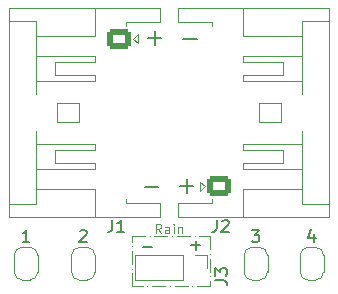
<source format=gto>
%TF.GenerationSoftware,KiCad,Pcbnew,8.0.0*%
%TF.CreationDate,2024-12-13T11:09:16-06:00*%
%TF.ProjectId,Rain connectors,5261696e-2063-46f6-9e6e-6563746f7273,rev?*%
%TF.SameCoordinates,Original*%
%TF.FileFunction,Legend,Top*%
%TF.FilePolarity,Positive*%
%FSLAX46Y46*%
G04 Gerber Fmt 4.6, Leading zero omitted, Abs format (unit mm)*
G04 Created by KiCad (PCBNEW 8.0.0) date 2024-12-13 11:09:16*
%MOMM*%
%LPD*%
G01*
G04 APERTURE LIST*
G04 Aperture macros list*
%AMRoundRect*
0 Rectangle with rounded corners*
0 $1 Rounding radius*
0 $2 $3 $4 $5 $6 $7 $8 $9 X,Y pos of 4 corners*
0 Add a 4 corners polygon primitive as box body*
4,1,4,$2,$3,$4,$5,$6,$7,$8,$9,$2,$3,0*
0 Add four circle primitives for the rounded corners*
1,1,$1+$1,$2,$3*
1,1,$1+$1,$4,$5*
1,1,$1+$1,$6,$7*
1,1,$1+$1,$8,$9*
0 Add four rect primitives between the rounded corners*
20,1,$1+$1,$2,$3,$4,$5,0*
20,1,$1+$1,$4,$5,$6,$7,0*
20,1,$1+$1,$6,$7,$8,$9,0*
20,1,$1+$1,$8,$9,$2,$3,0*%
%AMFreePoly0*
4,1,19,0.500000,-0.750000,0.000000,-0.750000,0.000000,-0.744911,-0.071157,-0.744911,-0.207708,-0.704816,-0.327430,-0.627875,-0.420627,-0.520320,-0.479746,-0.390866,-0.500000,-0.250000,-0.500000,0.250000,-0.479746,0.390866,-0.420627,0.520320,-0.327430,0.627875,-0.207708,0.704816,-0.071157,0.744911,0.000000,0.744911,0.000000,0.750000,0.500000,0.750000,0.500000,-0.750000,0.500000,-0.750000,
$1*%
%AMFreePoly1*
4,1,19,0.000000,0.744911,0.071157,0.744911,0.207708,0.704816,0.327430,0.627875,0.420627,0.520320,0.479746,0.390866,0.500000,0.250000,0.500000,-0.250000,0.479746,-0.390866,0.420627,-0.520320,0.327430,-0.627875,0.207708,-0.704816,0.071157,-0.744911,0.000000,-0.744911,0.000000,-0.750000,-0.500000,-0.750000,-0.500000,0.750000,0.000000,0.750000,0.000000,0.744911,0.000000,0.744911,
$1*%
G04 Aperture macros list end*
%ADD10C,0.200000*%
%ADD11C,0.100000*%
%ADD12C,0.150000*%
%ADD13C,0.120000*%
%ADD14FreePoly0,90.000000*%
%ADD15FreePoly1,90.000000*%
%ADD16O,2.000000X2.800000*%
%ADD17RoundRect,0.250000X0.725000X-0.600000X0.725000X0.600000X-0.725000X0.600000X-0.725000X-0.600000X0*%
%ADD18O,1.950000X1.700000*%
%ADD19RoundRect,0.250000X-0.725000X0.600000X-0.725000X-0.600000X0.725000X-0.600000X0.725000X0.600000X0*%
%ADD20O,1.350000X1.350000*%
%ADD21R,1.350000X1.350000*%
G04 APERTURE END LIST*
D10*
X132288720Y-86709600D02*
X133431578Y-86709600D01*
X135563720Y-74234600D02*
X136706578Y-74234600D01*
X135859600Y-87211279D02*
X135859600Y-86068422D01*
X136431028Y-86639850D02*
X135288171Y-86639850D01*
X132563720Y-74134600D02*
X133706578Y-74134600D01*
X133135149Y-74706028D02*
X133135149Y-73563171D01*
D11*
X131225000Y-90900000D02*
X132325000Y-90900000D01*
X132725000Y-90900000D02*
X132725000Y-90900000D01*
X133125000Y-90900000D02*
X134225000Y-90900000D01*
X134625000Y-90900000D02*
X134625000Y-90900000D01*
X135025000Y-90900000D02*
X136125000Y-90900000D01*
X136525000Y-90900000D02*
X136525000Y-90900000D01*
X136925000Y-90900000D02*
X137825000Y-90900000D01*
X137825000Y-90900000D02*
X137825000Y-92000000D01*
X137825000Y-92400000D02*
X137825000Y-92400000D01*
X137825000Y-92800000D02*
X137825000Y-93900000D01*
X137825000Y-94300000D02*
X137825000Y-94300000D01*
X137825000Y-94700000D02*
X137825000Y-95150000D01*
X137825000Y-95150000D02*
X136725000Y-95150000D01*
X136325000Y-95150000D02*
X136325000Y-95150000D01*
X135925000Y-95150000D02*
X134825000Y-95150000D01*
X134425000Y-95150000D02*
X134425000Y-95150000D01*
X134025000Y-95150000D02*
X132925000Y-95150000D01*
X132525000Y-95150000D02*
X132525000Y-95150000D01*
X132125000Y-95150000D02*
X131225000Y-95150000D01*
X131225000Y-95150000D02*
X131225000Y-94050000D01*
X131225000Y-93650000D02*
X131225000Y-93650000D01*
X131225000Y-93250000D02*
X131225000Y-92150000D01*
X131225000Y-91750000D02*
X131225000Y-91750000D01*
X131225000Y-91350000D02*
X131225000Y-90900000D01*
X133688408Y-90646895D02*
X133421741Y-90265942D01*
X133231265Y-90646895D02*
X133231265Y-89846895D01*
X133231265Y-89846895D02*
X133536027Y-89846895D01*
X133536027Y-89846895D02*
X133612217Y-89884990D01*
X133612217Y-89884990D02*
X133650312Y-89923085D01*
X133650312Y-89923085D02*
X133688408Y-89999276D01*
X133688408Y-89999276D02*
X133688408Y-90113561D01*
X133688408Y-90113561D02*
X133650312Y-90189752D01*
X133650312Y-90189752D02*
X133612217Y-90227847D01*
X133612217Y-90227847D02*
X133536027Y-90265942D01*
X133536027Y-90265942D02*
X133231265Y-90265942D01*
X134374122Y-90646895D02*
X134374122Y-90227847D01*
X134374122Y-90227847D02*
X134336027Y-90151657D01*
X134336027Y-90151657D02*
X134259836Y-90113561D01*
X134259836Y-90113561D02*
X134107455Y-90113561D01*
X134107455Y-90113561D02*
X134031265Y-90151657D01*
X134374122Y-90608800D02*
X134297931Y-90646895D01*
X134297931Y-90646895D02*
X134107455Y-90646895D01*
X134107455Y-90646895D02*
X134031265Y-90608800D01*
X134031265Y-90608800D02*
X133993169Y-90532609D01*
X133993169Y-90532609D02*
X133993169Y-90456419D01*
X133993169Y-90456419D02*
X134031265Y-90380228D01*
X134031265Y-90380228D02*
X134107455Y-90342133D01*
X134107455Y-90342133D02*
X134297931Y-90342133D01*
X134297931Y-90342133D02*
X134374122Y-90304038D01*
X134755075Y-90646895D02*
X134755075Y-90113561D01*
X134755075Y-89846895D02*
X134716979Y-89884990D01*
X134716979Y-89884990D02*
X134755075Y-89923085D01*
X134755075Y-89923085D02*
X134793170Y-89884990D01*
X134793170Y-89884990D02*
X134755075Y-89846895D01*
X134755075Y-89846895D02*
X134755075Y-89923085D01*
X135136027Y-90113561D02*
X135136027Y-90646895D01*
X135136027Y-90189752D02*
X135174122Y-90151657D01*
X135174122Y-90151657D02*
X135250312Y-90113561D01*
X135250312Y-90113561D02*
X135364598Y-90113561D01*
X135364598Y-90113561D02*
X135440789Y-90151657D01*
X135440789Y-90151657D02*
X135478884Y-90227847D01*
X135478884Y-90227847D02*
X135478884Y-90646895D01*
D10*
X136244673Y-91686266D02*
X137006578Y-91686266D01*
X136625625Y-92067219D02*
X136625625Y-91305314D01*
X132194673Y-91811266D02*
X132956578Y-91811266D01*
X146640476Y-90710552D02*
X146640476Y-91377219D01*
X146402381Y-90329600D02*
X146164286Y-91043885D01*
X146164286Y-91043885D02*
X146783333Y-91043885D01*
X141366667Y-90377219D02*
X141985714Y-90377219D01*
X141985714Y-90377219D02*
X141652381Y-90758171D01*
X141652381Y-90758171D02*
X141795238Y-90758171D01*
X141795238Y-90758171D02*
X141890476Y-90805790D01*
X141890476Y-90805790D02*
X141938095Y-90853409D01*
X141938095Y-90853409D02*
X141985714Y-90948647D01*
X141985714Y-90948647D02*
X141985714Y-91186742D01*
X141985714Y-91186742D02*
X141938095Y-91281980D01*
X141938095Y-91281980D02*
X141890476Y-91329600D01*
X141890476Y-91329600D02*
X141795238Y-91377219D01*
X141795238Y-91377219D02*
X141509524Y-91377219D01*
X141509524Y-91377219D02*
X141414286Y-91329600D01*
X141414286Y-91329600D02*
X141366667Y-91281980D01*
X126814286Y-90472457D02*
X126861905Y-90424838D01*
X126861905Y-90424838D02*
X126957143Y-90377219D01*
X126957143Y-90377219D02*
X127195238Y-90377219D01*
X127195238Y-90377219D02*
X127290476Y-90424838D01*
X127290476Y-90424838D02*
X127338095Y-90472457D01*
X127338095Y-90472457D02*
X127385714Y-90567695D01*
X127385714Y-90567695D02*
X127385714Y-90662933D01*
X127385714Y-90662933D02*
X127338095Y-90805790D01*
X127338095Y-90805790D02*
X126766667Y-91377219D01*
X126766667Y-91377219D02*
X127385714Y-91377219D01*
X122535714Y-91377219D02*
X121964286Y-91377219D01*
X122250000Y-91377219D02*
X122250000Y-90377219D01*
X122250000Y-90377219D02*
X122154762Y-90520076D01*
X122154762Y-90520076D02*
X122059524Y-90615314D01*
X122059524Y-90615314D02*
X121964286Y-90662933D01*
D12*
X138416666Y-89529819D02*
X138416666Y-90244104D01*
X138416666Y-90244104D02*
X138369047Y-90386961D01*
X138369047Y-90386961D02*
X138273809Y-90482200D01*
X138273809Y-90482200D02*
X138130952Y-90529819D01*
X138130952Y-90529819D02*
X138035714Y-90529819D01*
X138845238Y-89625057D02*
X138892857Y-89577438D01*
X138892857Y-89577438D02*
X138988095Y-89529819D01*
X138988095Y-89529819D02*
X139226190Y-89529819D01*
X139226190Y-89529819D02*
X139321428Y-89577438D01*
X139321428Y-89577438D02*
X139369047Y-89625057D01*
X139369047Y-89625057D02*
X139416666Y-89720295D01*
X139416666Y-89720295D02*
X139416666Y-89815533D01*
X139416666Y-89815533D02*
X139369047Y-89958390D01*
X139369047Y-89958390D02*
X138797619Y-90529819D01*
X138797619Y-90529819D02*
X139416666Y-90529819D01*
X129566666Y-89529819D02*
X129566666Y-90244104D01*
X129566666Y-90244104D02*
X129519047Y-90386961D01*
X129519047Y-90386961D02*
X129423809Y-90482200D01*
X129423809Y-90482200D02*
X129280952Y-90529819D01*
X129280952Y-90529819D02*
X129185714Y-90529819D01*
X130566666Y-90529819D02*
X129995238Y-90529819D01*
X130280952Y-90529819D02*
X130280952Y-89529819D01*
X130280952Y-89529819D02*
X130185714Y-89672676D01*
X130185714Y-89672676D02*
X130090476Y-89767914D01*
X130090476Y-89767914D02*
X129995238Y-89815533D01*
X138254819Y-94608333D02*
X138969104Y-94608333D01*
X138969104Y-94608333D02*
X139111961Y-94655952D01*
X139111961Y-94655952D02*
X139207200Y-94751190D01*
X139207200Y-94751190D02*
X139254819Y-94894047D01*
X139254819Y-94894047D02*
X139254819Y-94989285D01*
X138254819Y-94227380D02*
X138254819Y-93608333D01*
X138254819Y-93608333D02*
X138635771Y-93941666D01*
X138635771Y-93941666D02*
X138635771Y-93798809D01*
X138635771Y-93798809D02*
X138683390Y-93703571D01*
X138683390Y-93703571D02*
X138731009Y-93655952D01*
X138731009Y-93655952D02*
X138826247Y-93608333D01*
X138826247Y-93608333D02*
X139064342Y-93608333D01*
X139064342Y-93608333D02*
X139159580Y-93655952D01*
X139159580Y-93655952D02*
X139207200Y-93703571D01*
X139207200Y-93703571D02*
X139254819Y-93798809D01*
X139254819Y-93798809D02*
X139254819Y-94084523D01*
X139254819Y-94084523D02*
X139207200Y-94179761D01*
X139207200Y-94179761D02*
X139159580Y-94227380D01*
D13*
%TO.C,4*%
X146750000Y-94625000D02*
X146150000Y-94625000D01*
X145450000Y-93925000D02*
X145450000Y-92525000D01*
X147450000Y-92525000D02*
X147450000Y-93925000D01*
X146150000Y-91825000D02*
X146750000Y-91825000D01*
X146150000Y-94625000D02*
G75*
G02*
X145450000Y-93925000I-1J699999D01*
G01*
X147450000Y-93925000D02*
G75*
G02*
X146750000Y-94625000I-699999J-1D01*
G01*
X145450000Y-92525000D02*
G75*
G02*
X146150000Y-91825000I700000J0D01*
G01*
X146750000Y-91825000D02*
G75*
G02*
X147450000Y-92525000I0J-700000D01*
G01*
%TO.C,3*%
X142000000Y-94625000D02*
X141400000Y-94625000D01*
X140700000Y-93925000D02*
X140700000Y-92525000D01*
X142700000Y-92525000D02*
X142700000Y-93925000D01*
X141400000Y-91825000D02*
X142000000Y-91825000D01*
X141400000Y-94625000D02*
G75*
G02*
X140700000Y-93925000I-1J699999D01*
G01*
X142700000Y-93925000D02*
G75*
G02*
X142000000Y-94625000I-699999J-1D01*
G01*
X140700000Y-92525000D02*
G75*
G02*
X141400000Y-91825000I700000J0D01*
G01*
X142000000Y-91825000D02*
G75*
G02*
X142700000Y-92525000I0J-700000D01*
G01*
%TO.C,2*%
X127400000Y-94625000D02*
X126800000Y-94625000D01*
X126100000Y-93925000D02*
X126100000Y-92525000D01*
X128100000Y-92525000D02*
X128100000Y-93925000D01*
X126800000Y-91825000D02*
X127400000Y-91825000D01*
X126800000Y-94625000D02*
G75*
G02*
X126100000Y-93925000I-1J699999D01*
G01*
X128100000Y-93925000D02*
G75*
G02*
X127400000Y-94625000I-699999J-1D01*
G01*
X126100000Y-92525000D02*
G75*
G02*
X126800000Y-91825000I700000J0D01*
G01*
X127400000Y-91825000D02*
G75*
G02*
X128100000Y-92525000I0J-700000D01*
G01*
%TO.C,1*%
X122550000Y-94625000D02*
X121950000Y-94625000D01*
X121250000Y-93925000D02*
X121250000Y-92525000D01*
X123250000Y-92525000D02*
X123250000Y-93925000D01*
X121950000Y-91825000D02*
X122550000Y-91825000D01*
X121950000Y-94625000D02*
G75*
G02*
X121250000Y-93925000I-1J699999D01*
G01*
X123250000Y-93925000D02*
G75*
G02*
X122550000Y-94625000I-699999J-1D01*
G01*
X121250000Y-92525000D02*
G75*
G02*
X121950000Y-91825000I700000J0D01*
G01*
X122550000Y-91825000D02*
G75*
G02*
X123250000Y-92525000I0J-700000D01*
G01*
%TO.C,J2*%
X135090000Y-89285000D02*
X147910000Y-89285000D01*
X147910000Y-89285000D02*
X147910000Y-71565000D01*
X145610000Y-88175000D02*
X145610000Y-82025000D01*
X147910000Y-88175000D02*
X145610000Y-88175000D01*
X135090000Y-88065000D02*
X135090000Y-89285000D01*
X137990000Y-88065000D02*
X135090000Y-88065000D01*
X137990000Y-87785000D02*
X137990000Y-88065000D01*
X137000000Y-87075000D02*
X137000000Y-86275000D01*
X140600000Y-86875000D02*
X140600000Y-89285000D01*
X145610000Y-86875000D02*
X140600000Y-86875000D01*
X137400000Y-86675000D02*
X137000000Y-87075000D01*
X137000000Y-86275000D02*
X137400000Y-86675000D01*
X140600000Y-85225000D02*
X145610000Y-85225000D01*
X140600000Y-84725000D02*
X140600000Y-85225000D01*
X144010000Y-84725000D02*
X140600000Y-84725000D01*
X140600000Y-83625000D02*
X144010000Y-83625000D01*
X144010000Y-83625000D02*
X144010000Y-84725000D01*
X140600000Y-83125000D02*
X140600000Y-83625000D01*
X145610000Y-83125000D02*
X140600000Y-83125000D01*
X142000000Y-81225000D02*
X142000000Y-79625000D01*
X143800000Y-81225000D02*
X142000000Y-81225000D01*
X142000000Y-79625000D02*
X143800000Y-79625000D01*
X143800000Y-79625000D02*
X143800000Y-81225000D01*
X145610000Y-78825000D02*
X145610000Y-72675000D01*
X140600000Y-77725000D02*
X140600000Y-77225000D01*
X145610000Y-77725000D02*
X140600000Y-77725000D01*
X140600000Y-77225000D02*
X144010000Y-77225000D01*
X144010000Y-77225000D02*
X144010000Y-76125000D01*
X140600000Y-76125000D02*
X140600000Y-75625000D01*
X144010000Y-76125000D02*
X140600000Y-76125000D01*
X140600000Y-75625000D02*
X145610000Y-75625000D01*
X140600000Y-73975000D02*
X140600000Y-71565000D01*
X145610000Y-73975000D02*
X140600000Y-73975000D01*
X135090000Y-72785000D02*
X137990000Y-72785000D01*
X137990000Y-72785000D02*
X137990000Y-73065000D01*
X145610000Y-72675000D02*
X147910000Y-72675000D01*
X135090000Y-71565000D02*
X135090000Y-72785000D01*
X147910000Y-71565000D02*
X135090000Y-71565000D01*
%TO.C,J1*%
X133610000Y-71565000D02*
X120790000Y-71565000D01*
X120790000Y-71565000D02*
X120790000Y-89285000D01*
X123090000Y-72675000D02*
X123090000Y-78825000D01*
X120790000Y-72675000D02*
X123090000Y-72675000D01*
X133610000Y-72785000D02*
X133610000Y-71565000D01*
X130710000Y-72785000D02*
X133610000Y-72785000D01*
X130710000Y-73065000D02*
X130710000Y-72785000D01*
X131700000Y-73775000D02*
X131700000Y-74575000D01*
X128100000Y-73975000D02*
X128100000Y-71565000D01*
X123090000Y-73975000D02*
X128100000Y-73975000D01*
X131300000Y-74175000D02*
X131700000Y-73775000D01*
X131700000Y-74575000D02*
X131300000Y-74175000D01*
X128100000Y-75625000D02*
X123090000Y-75625000D01*
X128100000Y-76125000D02*
X128100000Y-75625000D01*
X124690000Y-76125000D02*
X128100000Y-76125000D01*
X128100000Y-77225000D02*
X124690000Y-77225000D01*
X124690000Y-77225000D02*
X124690000Y-76125000D01*
X128100000Y-77725000D02*
X128100000Y-77225000D01*
X123090000Y-77725000D02*
X128100000Y-77725000D01*
X126700000Y-79625000D02*
X126700000Y-81225000D01*
X124900000Y-79625000D02*
X126700000Y-79625000D01*
X126700000Y-81225000D02*
X124900000Y-81225000D01*
X124900000Y-81225000D02*
X124900000Y-79625000D01*
X123090000Y-82025000D02*
X123090000Y-88175000D01*
X128100000Y-83125000D02*
X128100000Y-83625000D01*
X123090000Y-83125000D02*
X128100000Y-83125000D01*
X128100000Y-83625000D02*
X124690000Y-83625000D01*
X124690000Y-83625000D02*
X124690000Y-84725000D01*
X128100000Y-84725000D02*
X128100000Y-85225000D01*
X124690000Y-84725000D02*
X128100000Y-84725000D01*
X128100000Y-85225000D02*
X123090000Y-85225000D01*
X128100000Y-86875000D02*
X128100000Y-89285000D01*
X123090000Y-86875000D02*
X128100000Y-86875000D01*
X133610000Y-88065000D02*
X130710000Y-88065000D01*
X130710000Y-88065000D02*
X130710000Y-87785000D01*
X123090000Y-88175000D02*
X120790000Y-88175000D01*
X133610000Y-89285000D02*
X133610000Y-88065000D01*
X120790000Y-89285000D02*
X133610000Y-89285000D01*
%TO.C,J3*%
X135550000Y-94635000D02*
X131490000Y-94635000D01*
X131490000Y-92515000D02*
X131490000Y-94635000D01*
X135550000Y-92515000D02*
X135550000Y-94635000D01*
X135550000Y-92515000D02*
X131490000Y-92515000D01*
X136550000Y-92515000D02*
X137610000Y-92515000D01*
X137610000Y-92515000D02*
X137610000Y-93575000D01*
%TD*%
%LPC*%
D14*
%TO.C,4*%
X146450000Y-93875000D03*
D15*
X146450000Y-92575000D03*
%TD*%
D14*
%TO.C,3*%
X141700000Y-93875000D03*
D15*
X141700000Y-92575000D03*
%TD*%
D14*
%TO.C,2*%
X127100000Y-93875000D03*
D15*
X127100000Y-92575000D03*
%TD*%
D14*
%TO.C,1*%
X122250000Y-93875000D03*
D15*
X122250000Y-92575000D03*
%TD*%
D16*
%TO.C,J2*%
X145100000Y-80425000D03*
D17*
X138600000Y-86675000D03*
D18*
X138600000Y-84175000D03*
X138600000Y-81675000D03*
X138600000Y-79175000D03*
X138600000Y-76675000D03*
X138600000Y-74175000D03*
%TD*%
D16*
%TO.C,J1*%
X123600000Y-80425000D03*
D19*
X130100000Y-74175000D03*
D18*
X130100000Y-76675000D03*
X130100000Y-79175000D03*
X130100000Y-81675000D03*
X130100000Y-84175000D03*
X130100000Y-86675000D03*
%TD*%
D20*
%TO.C,J3*%
X132550000Y-93575000D03*
X134550000Y-93575000D03*
D21*
X136550000Y-93575000D03*
%TD*%
%LPD*%
M02*

</source>
